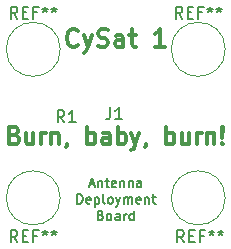
<source format=gbr>
G04 #@! TF.GenerationSoftware,KiCad,Pcbnew,5.0.0*
G04 #@! TF.CreationDate,2018-09-12T17:51:14-05:00*
G04 #@! TF.ProjectId,AntennaDeploymentBracket,416E74656E6E614465706C6F796D656E,rev?*
G04 #@! TF.SameCoordinates,Original*
G04 #@! TF.FileFunction,Legend,Top*
G04 #@! TF.FilePolarity,Positive*
%FSLAX46Y46*%
G04 Gerber Fmt 4.6, Leading zero omitted, Abs format (unit mm)*
G04 Created by KiCad (PCBNEW 5.0.0) date Wed Sep 12 17:51:14 2018*
%MOMM*%
%LPD*%
G01*
G04 APERTURE LIST*
%ADD10C,0.200000*%
%ADD11C,0.300000*%
%ADD12C,0.120000*%
%ADD13C,0.150000*%
G04 APERTURE END LIST*
D10*
X123012476Y-102746333D02*
X123393428Y-102746333D01*
X122936285Y-102974904D02*
X123202952Y-102174904D01*
X123469619Y-102974904D01*
X123736285Y-102441571D02*
X123736285Y-102974904D01*
X123736285Y-102517761D02*
X123774380Y-102479666D01*
X123850571Y-102441571D01*
X123964857Y-102441571D01*
X124041047Y-102479666D01*
X124079142Y-102555857D01*
X124079142Y-102974904D01*
X124345809Y-102441571D02*
X124650571Y-102441571D01*
X124460095Y-102174904D02*
X124460095Y-102860619D01*
X124498190Y-102936809D01*
X124574380Y-102974904D01*
X124650571Y-102974904D01*
X125222000Y-102936809D02*
X125145809Y-102974904D01*
X124993428Y-102974904D01*
X124917238Y-102936809D01*
X124879142Y-102860619D01*
X124879142Y-102555857D01*
X124917238Y-102479666D01*
X124993428Y-102441571D01*
X125145809Y-102441571D01*
X125222000Y-102479666D01*
X125260095Y-102555857D01*
X125260095Y-102632047D01*
X124879142Y-102708238D01*
X125602952Y-102441571D02*
X125602952Y-102974904D01*
X125602952Y-102517761D02*
X125641047Y-102479666D01*
X125717238Y-102441571D01*
X125831523Y-102441571D01*
X125907714Y-102479666D01*
X125945809Y-102555857D01*
X125945809Y-102974904D01*
X126326761Y-102441571D02*
X126326761Y-102974904D01*
X126326761Y-102517761D02*
X126364857Y-102479666D01*
X126441047Y-102441571D01*
X126555333Y-102441571D01*
X126631523Y-102479666D01*
X126669619Y-102555857D01*
X126669619Y-102974904D01*
X127393428Y-102974904D02*
X127393428Y-102555857D01*
X127355333Y-102479666D01*
X127279142Y-102441571D01*
X127126761Y-102441571D01*
X127050571Y-102479666D01*
X127393428Y-102936809D02*
X127317238Y-102974904D01*
X127126761Y-102974904D01*
X127050571Y-102936809D01*
X127012476Y-102860619D01*
X127012476Y-102784428D01*
X127050571Y-102708238D01*
X127126761Y-102670142D01*
X127317238Y-102670142D01*
X127393428Y-102632047D01*
X121964857Y-104374904D02*
X121964857Y-103574904D01*
X122155333Y-103574904D01*
X122269619Y-103613000D01*
X122345809Y-103689190D01*
X122383904Y-103765380D01*
X122422000Y-103917761D01*
X122422000Y-104032047D01*
X122383904Y-104184428D01*
X122345809Y-104260619D01*
X122269619Y-104336809D01*
X122155333Y-104374904D01*
X121964857Y-104374904D01*
X123069619Y-104336809D02*
X122993428Y-104374904D01*
X122841047Y-104374904D01*
X122764857Y-104336809D01*
X122726761Y-104260619D01*
X122726761Y-103955857D01*
X122764857Y-103879666D01*
X122841047Y-103841571D01*
X122993428Y-103841571D01*
X123069619Y-103879666D01*
X123107714Y-103955857D01*
X123107714Y-104032047D01*
X122726761Y-104108238D01*
X123450571Y-103841571D02*
X123450571Y-104641571D01*
X123450571Y-103879666D02*
X123526761Y-103841571D01*
X123679142Y-103841571D01*
X123755333Y-103879666D01*
X123793428Y-103917761D01*
X123831523Y-103993952D01*
X123831523Y-104222523D01*
X123793428Y-104298714D01*
X123755333Y-104336809D01*
X123679142Y-104374904D01*
X123526761Y-104374904D01*
X123450571Y-104336809D01*
X124288666Y-104374904D02*
X124212476Y-104336809D01*
X124174380Y-104260619D01*
X124174380Y-103574904D01*
X124707714Y-104374904D02*
X124631523Y-104336809D01*
X124593428Y-104298714D01*
X124555333Y-104222523D01*
X124555333Y-103993952D01*
X124593428Y-103917761D01*
X124631523Y-103879666D01*
X124707714Y-103841571D01*
X124822000Y-103841571D01*
X124898190Y-103879666D01*
X124936285Y-103917761D01*
X124974380Y-103993952D01*
X124974380Y-104222523D01*
X124936285Y-104298714D01*
X124898190Y-104336809D01*
X124822000Y-104374904D01*
X124707714Y-104374904D01*
X125241047Y-103841571D02*
X125431523Y-104374904D01*
X125622000Y-103841571D02*
X125431523Y-104374904D01*
X125355333Y-104565380D01*
X125317238Y-104603476D01*
X125241047Y-104641571D01*
X125926761Y-104374904D02*
X125926761Y-103841571D01*
X125926761Y-103917761D02*
X125964857Y-103879666D01*
X126041047Y-103841571D01*
X126155333Y-103841571D01*
X126231523Y-103879666D01*
X126269619Y-103955857D01*
X126269619Y-104374904D01*
X126269619Y-103955857D02*
X126307714Y-103879666D01*
X126383904Y-103841571D01*
X126498190Y-103841571D01*
X126574380Y-103879666D01*
X126612476Y-103955857D01*
X126612476Y-104374904D01*
X127298190Y-104336809D02*
X127222000Y-104374904D01*
X127069619Y-104374904D01*
X126993428Y-104336809D01*
X126955333Y-104260619D01*
X126955333Y-103955857D01*
X126993428Y-103879666D01*
X127069619Y-103841571D01*
X127222000Y-103841571D01*
X127298190Y-103879666D01*
X127336285Y-103955857D01*
X127336285Y-104032047D01*
X126955333Y-104108238D01*
X127679142Y-103841571D02*
X127679142Y-104374904D01*
X127679142Y-103917761D02*
X127717238Y-103879666D01*
X127793428Y-103841571D01*
X127907714Y-103841571D01*
X127983904Y-103879666D01*
X128022000Y-103955857D01*
X128022000Y-104374904D01*
X128288666Y-103841571D02*
X128593428Y-103841571D01*
X128402952Y-103574904D02*
X128402952Y-104260619D01*
X128441047Y-104336809D01*
X128517238Y-104374904D01*
X128593428Y-104374904D01*
X123945809Y-105355857D02*
X124060095Y-105393952D01*
X124098190Y-105432047D01*
X124136285Y-105508238D01*
X124136285Y-105622523D01*
X124098190Y-105698714D01*
X124060095Y-105736809D01*
X123983904Y-105774904D01*
X123679142Y-105774904D01*
X123679142Y-104974904D01*
X123945809Y-104974904D01*
X124022000Y-105013000D01*
X124060095Y-105051095D01*
X124098190Y-105127285D01*
X124098190Y-105203476D01*
X124060095Y-105279666D01*
X124022000Y-105317761D01*
X123945809Y-105355857D01*
X123679142Y-105355857D01*
X124593428Y-105774904D02*
X124517238Y-105736809D01*
X124479142Y-105698714D01*
X124441047Y-105622523D01*
X124441047Y-105393952D01*
X124479142Y-105317761D01*
X124517238Y-105279666D01*
X124593428Y-105241571D01*
X124707714Y-105241571D01*
X124783904Y-105279666D01*
X124822000Y-105317761D01*
X124860095Y-105393952D01*
X124860095Y-105622523D01*
X124822000Y-105698714D01*
X124783904Y-105736809D01*
X124707714Y-105774904D01*
X124593428Y-105774904D01*
X125545809Y-105774904D02*
X125545809Y-105355857D01*
X125507714Y-105279666D01*
X125431523Y-105241571D01*
X125279142Y-105241571D01*
X125202952Y-105279666D01*
X125545809Y-105736809D02*
X125469619Y-105774904D01*
X125279142Y-105774904D01*
X125202952Y-105736809D01*
X125164857Y-105660619D01*
X125164857Y-105584428D01*
X125202952Y-105508238D01*
X125279142Y-105470142D01*
X125469619Y-105470142D01*
X125545809Y-105432047D01*
X125926761Y-105774904D02*
X125926761Y-105241571D01*
X125926761Y-105393952D02*
X125964857Y-105317761D01*
X126002952Y-105279666D01*
X126079142Y-105241571D01*
X126155333Y-105241571D01*
X126764857Y-105774904D02*
X126764857Y-104974904D01*
X126764857Y-105736809D02*
X126688666Y-105774904D01*
X126536285Y-105774904D01*
X126460095Y-105736809D01*
X126422000Y-105698714D01*
X126383904Y-105622523D01*
X126383904Y-105393952D01*
X126422000Y-105317761D01*
X126460095Y-105279666D01*
X126536285Y-105241571D01*
X126688666Y-105241571D01*
X126764857Y-105279666D01*
D11*
X122007714Y-90959714D02*
X121936285Y-91031142D01*
X121722000Y-91102571D01*
X121579142Y-91102571D01*
X121364857Y-91031142D01*
X121222000Y-90888285D01*
X121150571Y-90745428D01*
X121079142Y-90459714D01*
X121079142Y-90245428D01*
X121150571Y-89959714D01*
X121222000Y-89816857D01*
X121364857Y-89674000D01*
X121579142Y-89602571D01*
X121722000Y-89602571D01*
X121936285Y-89674000D01*
X122007714Y-89745428D01*
X122507714Y-90102571D02*
X122864857Y-91102571D01*
X123222000Y-90102571D02*
X122864857Y-91102571D01*
X122722000Y-91459714D01*
X122650571Y-91531142D01*
X122507714Y-91602571D01*
X123722000Y-91031142D02*
X123936285Y-91102571D01*
X124293428Y-91102571D01*
X124436285Y-91031142D01*
X124507714Y-90959714D01*
X124579142Y-90816857D01*
X124579142Y-90674000D01*
X124507714Y-90531142D01*
X124436285Y-90459714D01*
X124293428Y-90388285D01*
X124007714Y-90316857D01*
X123864857Y-90245428D01*
X123793428Y-90174000D01*
X123722000Y-90031142D01*
X123722000Y-89888285D01*
X123793428Y-89745428D01*
X123864857Y-89674000D01*
X124007714Y-89602571D01*
X124364857Y-89602571D01*
X124579142Y-89674000D01*
X125864857Y-91102571D02*
X125864857Y-90316857D01*
X125793428Y-90174000D01*
X125650571Y-90102571D01*
X125364857Y-90102571D01*
X125222000Y-90174000D01*
X125864857Y-91031142D02*
X125722000Y-91102571D01*
X125364857Y-91102571D01*
X125222000Y-91031142D01*
X125150571Y-90888285D01*
X125150571Y-90745428D01*
X125222000Y-90602571D01*
X125364857Y-90531142D01*
X125722000Y-90531142D01*
X125864857Y-90459714D01*
X126364857Y-90102571D02*
X126936285Y-90102571D01*
X126579142Y-89602571D02*
X126579142Y-90888285D01*
X126650571Y-91031142D01*
X126793428Y-91102571D01*
X126936285Y-91102571D01*
X129364857Y-91102571D02*
X128507714Y-91102571D01*
X128936285Y-91102571D02*
X128936285Y-89602571D01*
X128793428Y-89816857D01*
X128650571Y-89959714D01*
X128507714Y-90031142D01*
X116668190Y-98571857D02*
X116871047Y-98643285D01*
X116938666Y-98714714D01*
X117006285Y-98857571D01*
X117006285Y-99071857D01*
X116938666Y-99214714D01*
X116871047Y-99286142D01*
X116735809Y-99357571D01*
X116194857Y-99357571D01*
X116194857Y-97857571D01*
X116668190Y-97857571D01*
X116803428Y-97929000D01*
X116871047Y-98000428D01*
X116938666Y-98143285D01*
X116938666Y-98286142D01*
X116871047Y-98429000D01*
X116803428Y-98500428D01*
X116668190Y-98571857D01*
X116194857Y-98571857D01*
X118223428Y-98357571D02*
X118223428Y-99357571D01*
X117614857Y-98357571D02*
X117614857Y-99143285D01*
X117682476Y-99286142D01*
X117817714Y-99357571D01*
X118020571Y-99357571D01*
X118155809Y-99286142D01*
X118223428Y-99214714D01*
X118899619Y-99357571D02*
X118899619Y-98357571D01*
X118899619Y-98643285D02*
X118967238Y-98500428D01*
X119034857Y-98429000D01*
X119170095Y-98357571D01*
X119305333Y-98357571D01*
X119778666Y-98357571D02*
X119778666Y-99357571D01*
X119778666Y-98500428D02*
X119846285Y-98429000D01*
X119981523Y-98357571D01*
X120184380Y-98357571D01*
X120319619Y-98429000D01*
X120387238Y-98571857D01*
X120387238Y-99357571D01*
X121131047Y-99286142D02*
X121131047Y-99357571D01*
X121063428Y-99500428D01*
X120995809Y-99571857D01*
X122821523Y-99357571D02*
X122821523Y-97857571D01*
X122821523Y-98429000D02*
X122956761Y-98357571D01*
X123227238Y-98357571D01*
X123362476Y-98429000D01*
X123430095Y-98500428D01*
X123497714Y-98643285D01*
X123497714Y-99071857D01*
X123430095Y-99214714D01*
X123362476Y-99286142D01*
X123227238Y-99357571D01*
X122956761Y-99357571D01*
X122821523Y-99286142D01*
X124714857Y-99357571D02*
X124714857Y-98571857D01*
X124647238Y-98429000D01*
X124512000Y-98357571D01*
X124241523Y-98357571D01*
X124106285Y-98429000D01*
X124714857Y-99286142D02*
X124579619Y-99357571D01*
X124241523Y-99357571D01*
X124106285Y-99286142D01*
X124038666Y-99143285D01*
X124038666Y-99000428D01*
X124106285Y-98857571D01*
X124241523Y-98786142D01*
X124579619Y-98786142D01*
X124714857Y-98714714D01*
X125391047Y-99357571D02*
X125391047Y-97857571D01*
X125391047Y-98429000D02*
X125526285Y-98357571D01*
X125796761Y-98357571D01*
X125932000Y-98429000D01*
X125999619Y-98500428D01*
X126067238Y-98643285D01*
X126067238Y-99071857D01*
X125999619Y-99214714D01*
X125932000Y-99286142D01*
X125796761Y-99357571D01*
X125526285Y-99357571D01*
X125391047Y-99286142D01*
X126540571Y-98357571D02*
X126878666Y-99357571D01*
X127216761Y-98357571D02*
X126878666Y-99357571D01*
X126743428Y-99714714D01*
X126675809Y-99786142D01*
X126540571Y-99857571D01*
X127825333Y-99286142D02*
X127825333Y-99357571D01*
X127757714Y-99500428D01*
X127690095Y-99571857D01*
X129515809Y-99357571D02*
X129515809Y-97857571D01*
X129515809Y-98429000D02*
X129651047Y-98357571D01*
X129921523Y-98357571D01*
X130056761Y-98429000D01*
X130124380Y-98500428D01*
X130192000Y-98643285D01*
X130192000Y-99071857D01*
X130124380Y-99214714D01*
X130056761Y-99286142D01*
X129921523Y-99357571D01*
X129651047Y-99357571D01*
X129515809Y-99286142D01*
X131409142Y-98357571D02*
X131409142Y-99357571D01*
X130800571Y-98357571D02*
X130800571Y-99143285D01*
X130868190Y-99286142D01*
X131003428Y-99357571D01*
X131206285Y-99357571D01*
X131341523Y-99286142D01*
X131409142Y-99214714D01*
X132085333Y-99357571D02*
X132085333Y-98357571D01*
X132085333Y-98643285D02*
X132152952Y-98500428D01*
X132220571Y-98429000D01*
X132355809Y-98357571D01*
X132491047Y-98357571D01*
X132964380Y-98357571D02*
X132964380Y-99357571D01*
X132964380Y-98500428D02*
X133032000Y-98429000D01*
X133167238Y-98357571D01*
X133370095Y-98357571D01*
X133505333Y-98429000D01*
X133572952Y-98571857D01*
X133572952Y-99357571D01*
X134249142Y-99214714D02*
X134316761Y-99286142D01*
X134249142Y-99357571D01*
X134181523Y-99286142D01*
X134249142Y-99214714D01*
X134249142Y-99357571D01*
X134249142Y-98786142D02*
X134181523Y-97929000D01*
X134249142Y-97857571D01*
X134316761Y-97929000D01*
X134249142Y-98786142D01*
X134249142Y-97857571D01*
D12*
G04 #@! TO.C,REF\002A\002A*
X120523000Y-103886000D02*
G75*
G03X120523000Y-103886000I-2286000J0D01*
G01*
X134493000Y-103886000D02*
G75*
G03X134493000Y-103886000I-2286000J0D01*
G01*
X120523000Y-91313000D02*
G75*
G03X120523000Y-91313000I-2286000J0D01*
G01*
X134493000Y-91313000D02*
G75*
G03X134493000Y-91313000I-2286000J0D01*
G01*
D13*
X116903666Y-107640380D02*
X116570333Y-107164190D01*
X116332238Y-107640380D02*
X116332238Y-106640380D01*
X116713190Y-106640380D01*
X116808428Y-106688000D01*
X116856047Y-106735619D01*
X116903666Y-106830857D01*
X116903666Y-106973714D01*
X116856047Y-107068952D01*
X116808428Y-107116571D01*
X116713190Y-107164190D01*
X116332238Y-107164190D01*
X117332238Y-107116571D02*
X117665571Y-107116571D01*
X117808428Y-107640380D02*
X117332238Y-107640380D01*
X117332238Y-106640380D01*
X117808428Y-106640380D01*
X118570333Y-107116571D02*
X118237000Y-107116571D01*
X118237000Y-107640380D02*
X118237000Y-106640380D01*
X118713190Y-106640380D01*
X119237000Y-106640380D02*
X119237000Y-106878476D01*
X118998904Y-106783238D02*
X119237000Y-106878476D01*
X119475095Y-106783238D01*
X119094142Y-107068952D02*
X119237000Y-106878476D01*
X119379857Y-107068952D01*
X119998904Y-106640380D02*
X119998904Y-106878476D01*
X119760809Y-106783238D02*
X119998904Y-106878476D01*
X120237000Y-106783238D01*
X119856047Y-107068952D02*
X119998904Y-106878476D01*
X120141761Y-107068952D01*
X131000666Y-107640380D02*
X130667333Y-107164190D01*
X130429238Y-107640380D02*
X130429238Y-106640380D01*
X130810190Y-106640380D01*
X130905428Y-106688000D01*
X130953047Y-106735619D01*
X131000666Y-106830857D01*
X131000666Y-106973714D01*
X130953047Y-107068952D01*
X130905428Y-107116571D01*
X130810190Y-107164190D01*
X130429238Y-107164190D01*
X131429238Y-107116571D02*
X131762571Y-107116571D01*
X131905428Y-107640380D02*
X131429238Y-107640380D01*
X131429238Y-106640380D01*
X131905428Y-106640380D01*
X132667333Y-107116571D02*
X132334000Y-107116571D01*
X132334000Y-107640380D02*
X132334000Y-106640380D01*
X132810190Y-106640380D01*
X133334000Y-106640380D02*
X133334000Y-106878476D01*
X133095904Y-106783238D02*
X133334000Y-106878476D01*
X133572095Y-106783238D01*
X133191142Y-107068952D02*
X133334000Y-106878476D01*
X133476857Y-107068952D01*
X134095904Y-106640380D02*
X134095904Y-106878476D01*
X133857809Y-106783238D02*
X134095904Y-106878476D01*
X134334000Y-106783238D01*
X133953047Y-107068952D02*
X134095904Y-106878476D01*
X134238761Y-107068952D01*
X116903666Y-88717380D02*
X116570333Y-88241190D01*
X116332238Y-88717380D02*
X116332238Y-87717380D01*
X116713190Y-87717380D01*
X116808428Y-87765000D01*
X116856047Y-87812619D01*
X116903666Y-87907857D01*
X116903666Y-88050714D01*
X116856047Y-88145952D01*
X116808428Y-88193571D01*
X116713190Y-88241190D01*
X116332238Y-88241190D01*
X117332238Y-88193571D02*
X117665571Y-88193571D01*
X117808428Y-88717380D02*
X117332238Y-88717380D01*
X117332238Y-87717380D01*
X117808428Y-87717380D01*
X118570333Y-88193571D02*
X118237000Y-88193571D01*
X118237000Y-88717380D02*
X118237000Y-87717380D01*
X118713190Y-87717380D01*
X119237000Y-87717380D02*
X119237000Y-87955476D01*
X118998904Y-87860238D02*
X119237000Y-87955476D01*
X119475095Y-87860238D01*
X119094142Y-88145952D02*
X119237000Y-87955476D01*
X119379857Y-88145952D01*
X119998904Y-87717380D02*
X119998904Y-87955476D01*
X119760809Y-87860238D02*
X119998904Y-87955476D01*
X120237000Y-87860238D01*
X119856047Y-88145952D02*
X119998904Y-87955476D01*
X120141761Y-88145952D01*
G04 #@! TO.C,J1*
X124761666Y-96226380D02*
X124761666Y-96940666D01*
X124714047Y-97083523D01*
X124618809Y-97178761D01*
X124475952Y-97226380D01*
X124380714Y-97226380D01*
X125761666Y-97226380D02*
X125190238Y-97226380D01*
X125475952Y-97226380D02*
X125475952Y-96226380D01*
X125380714Y-96369238D01*
X125285476Y-96464476D01*
X125190238Y-96512095D01*
G04 #@! TO.C,R1*
X120864333Y-97480380D02*
X120531000Y-97004190D01*
X120292904Y-97480380D02*
X120292904Y-96480380D01*
X120673857Y-96480380D01*
X120769095Y-96528000D01*
X120816714Y-96575619D01*
X120864333Y-96670857D01*
X120864333Y-96813714D01*
X120816714Y-96908952D01*
X120769095Y-96956571D01*
X120673857Y-97004190D01*
X120292904Y-97004190D01*
X121816714Y-97480380D02*
X121245285Y-97480380D01*
X121531000Y-97480380D02*
X121531000Y-96480380D01*
X121435761Y-96623238D01*
X121340523Y-96718476D01*
X121245285Y-96766095D01*
G04 #@! TO.C,REF\002A\002A*
X130873666Y-88717380D02*
X130540333Y-88241190D01*
X130302238Y-88717380D02*
X130302238Y-87717380D01*
X130683190Y-87717380D01*
X130778428Y-87765000D01*
X130826047Y-87812619D01*
X130873666Y-87907857D01*
X130873666Y-88050714D01*
X130826047Y-88145952D01*
X130778428Y-88193571D01*
X130683190Y-88241190D01*
X130302238Y-88241190D01*
X131302238Y-88193571D02*
X131635571Y-88193571D01*
X131778428Y-88717380D02*
X131302238Y-88717380D01*
X131302238Y-87717380D01*
X131778428Y-87717380D01*
X132540333Y-88193571D02*
X132207000Y-88193571D01*
X132207000Y-88717380D02*
X132207000Y-87717380D01*
X132683190Y-87717380D01*
X133207000Y-87717380D02*
X133207000Y-87955476D01*
X132968904Y-87860238D02*
X133207000Y-87955476D01*
X133445095Y-87860238D01*
X133064142Y-88145952D02*
X133207000Y-87955476D01*
X133349857Y-88145952D01*
X133968904Y-87717380D02*
X133968904Y-87955476D01*
X133730809Y-87860238D02*
X133968904Y-87955476D01*
X134207000Y-87860238D01*
X133826047Y-88145952D02*
X133968904Y-87955476D01*
X134111761Y-88145952D01*
G04 #@! TD*
M02*

</source>
